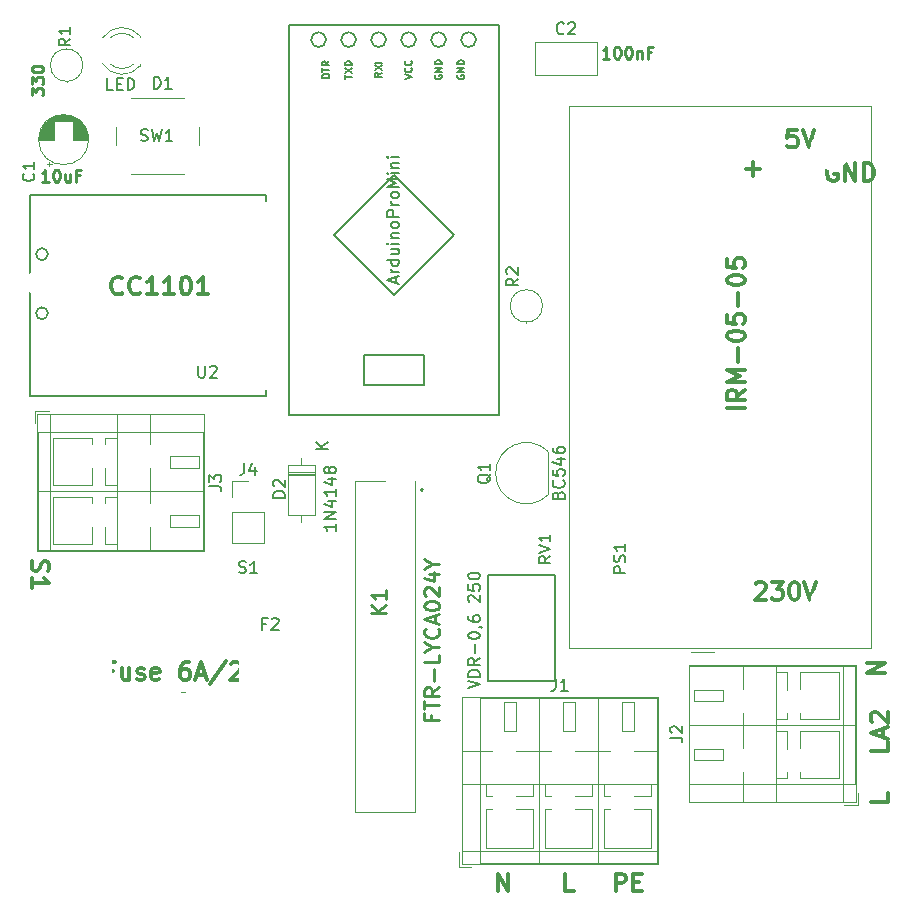
<source format=gbr>
G04 #@! TF.GenerationSoftware,KiCad,Pcbnew,(5.0.2)-1*
G04 #@! TF.CreationDate,2019-10-27T17:27:48+01:00*
G04 #@! TF.ProjectId,HM-LC-Sw1-FM,484d2d4c-432d-4537-9731-2d464d2e6b69,rev?*
G04 #@! TF.SameCoordinates,Original*
G04 #@! TF.FileFunction,Legend,Top*
G04 #@! TF.FilePolarity,Positive*
%FSLAX46Y46*%
G04 Gerber Fmt 4.6, Leading zero omitted, Abs format (unit mm)*
G04 Created by KiCad (PCBNEW (5.0.2)-1) date 27.10.2019 17:27:48*
%MOMM*%
%LPD*%
G01*
G04 APERTURE LIST*
%ADD10C,0.250000*%
%ADD11C,0.300000*%
%ADD12C,0.120000*%
%ADD13C,0.150000*%
%ADD14C,0.200000*%
%ADD15C,0.100000*%
%ADD16C,0.254000*%
%ADD17C,4.800000*%
%ADD18C,1.100000*%
%ADD19C,2.600000*%
%ADD20R,1.900000X3.400000*%
%ADD21O,1.900000X3.400000*%
%ADD22C,2.000000*%
%ADD23O,2.000000X2.000000*%
%ADD24C,2.400000*%
%ADD25R,2.200000X2.200000*%
%ADD26C,2.200000*%
%ADD27R,1.600000X1.600000*%
%ADD28C,1.600000*%
%ADD29C,1.750000*%
%ADD30R,2.200000X1.750000*%
%ADD31C,3.400000*%
%ADD32R,3.400000X3.400000*%
%ADD33R,3.400000X1.900000*%
%ADD34O,3.400000X1.900000*%
%ADD35C,6.400000*%
%ADD36R,2.000000X2.000000*%
%ADD37C,2.350000*%
%ADD38C,1.900000*%
%ADD39O,1.900000X1.450000*%
%ADD40R,1.900000X1.450000*%
%ADD41R,2.100000X2.100000*%
%ADD42O,2.100000X2.100000*%
G04 APERTURE END LIST*
D10*
X151614380Y-81605380D02*
X151042952Y-81605380D01*
X151328666Y-81605380D02*
X151328666Y-80605380D01*
X151233428Y-80748238D01*
X151138190Y-80843476D01*
X151042952Y-80891095D01*
X152233428Y-80605380D02*
X152328666Y-80605380D01*
X152423904Y-80653000D01*
X152471523Y-80700619D01*
X152519142Y-80795857D01*
X152566761Y-80986333D01*
X152566761Y-81224428D01*
X152519142Y-81414904D01*
X152471523Y-81510142D01*
X152423904Y-81557761D01*
X152328666Y-81605380D01*
X152233428Y-81605380D01*
X152138190Y-81557761D01*
X152090571Y-81510142D01*
X152042952Y-81414904D01*
X151995333Y-81224428D01*
X151995333Y-80986333D01*
X152042952Y-80795857D01*
X152090571Y-80700619D01*
X152138190Y-80653000D01*
X152233428Y-80605380D01*
X153185809Y-80605380D02*
X153281047Y-80605380D01*
X153376285Y-80653000D01*
X153423904Y-80700619D01*
X153471523Y-80795857D01*
X153519142Y-80986333D01*
X153519142Y-81224428D01*
X153471523Y-81414904D01*
X153423904Y-81510142D01*
X153376285Y-81557761D01*
X153281047Y-81605380D01*
X153185809Y-81605380D01*
X153090571Y-81557761D01*
X153042952Y-81510142D01*
X152995333Y-81414904D01*
X152947714Y-81224428D01*
X152947714Y-80986333D01*
X152995333Y-80795857D01*
X153042952Y-80700619D01*
X153090571Y-80653000D01*
X153185809Y-80605380D01*
X153947714Y-80938714D02*
X153947714Y-81605380D01*
X153947714Y-81033952D02*
X153995333Y-80986333D01*
X154090571Y-80938714D01*
X154233428Y-80938714D01*
X154328666Y-80986333D01*
X154376285Y-81081571D01*
X154376285Y-81605380D01*
X155185809Y-81081571D02*
X154852476Y-81081571D01*
X154852476Y-81605380D02*
X154852476Y-80605380D01*
X155328666Y-80605380D01*
D11*
X102770857Y-124142642D02*
X102699428Y-124356928D01*
X102699428Y-124714071D01*
X102770857Y-124856928D01*
X102842285Y-124928357D01*
X102985142Y-124999785D01*
X103128000Y-124999785D01*
X103270857Y-124928357D01*
X103342285Y-124856928D01*
X103413714Y-124714071D01*
X103485142Y-124428357D01*
X103556571Y-124285500D01*
X103628000Y-124214071D01*
X103770857Y-124142642D01*
X103913714Y-124142642D01*
X104056571Y-124214071D01*
X104128000Y-124285500D01*
X104199428Y-124428357D01*
X104199428Y-124785500D01*
X104128000Y-124999785D01*
X102699428Y-126428357D02*
X102699428Y-125571214D01*
X102699428Y-125999785D02*
X104199428Y-125999785D01*
X103985142Y-125856928D01*
X103842285Y-125714071D01*
X103770857Y-125571214D01*
X174922571Y-133651571D02*
X173422571Y-133651571D01*
X174922571Y-132794428D01*
X173422571Y-132794428D01*
X175240071Y-143807714D02*
X175240071Y-144522000D01*
X173740071Y-144522000D01*
X175240071Y-139513357D02*
X175240071Y-140227642D01*
X173740071Y-140227642D01*
X174811500Y-139084785D02*
X174811500Y-138370500D01*
X175240071Y-139227642D02*
X173740071Y-138727642D01*
X175240071Y-138227642D01*
X173882928Y-137799071D02*
X173811500Y-137727642D01*
X173740071Y-137584785D01*
X173740071Y-137227642D01*
X173811500Y-137084785D01*
X173882928Y-137013357D01*
X174025785Y-136941928D01*
X174168642Y-136941928D01*
X174382928Y-137013357D01*
X175240071Y-137870500D01*
X175240071Y-136941928D01*
X109562214Y-133433357D02*
X109062214Y-133433357D01*
X109062214Y-134219071D02*
X109062214Y-132719071D01*
X109776500Y-132719071D01*
X110990785Y-133219071D02*
X110990785Y-134219071D01*
X110347928Y-133219071D02*
X110347928Y-134004785D01*
X110419357Y-134147642D01*
X110562214Y-134219071D01*
X110776500Y-134219071D01*
X110919357Y-134147642D01*
X110990785Y-134076214D01*
X111633642Y-134147642D02*
X111776500Y-134219071D01*
X112062214Y-134219071D01*
X112205071Y-134147642D01*
X112276500Y-134004785D01*
X112276500Y-133933357D01*
X112205071Y-133790500D01*
X112062214Y-133719071D01*
X111847928Y-133719071D01*
X111705071Y-133647642D01*
X111633642Y-133504785D01*
X111633642Y-133433357D01*
X111705071Y-133290500D01*
X111847928Y-133219071D01*
X112062214Y-133219071D01*
X112205071Y-133290500D01*
X113490785Y-134147642D02*
X113347928Y-134219071D01*
X113062214Y-134219071D01*
X112919357Y-134147642D01*
X112847928Y-134004785D01*
X112847928Y-133433357D01*
X112919357Y-133290500D01*
X113062214Y-133219071D01*
X113347928Y-133219071D01*
X113490785Y-133290500D01*
X113562214Y-133433357D01*
X113562214Y-133576214D01*
X112847928Y-133719071D01*
X115990785Y-132719071D02*
X115705071Y-132719071D01*
X115562214Y-132790500D01*
X115490785Y-132861928D01*
X115347928Y-133076214D01*
X115276500Y-133361928D01*
X115276500Y-133933357D01*
X115347928Y-134076214D01*
X115419357Y-134147642D01*
X115562214Y-134219071D01*
X115847928Y-134219071D01*
X115990785Y-134147642D01*
X116062214Y-134076214D01*
X116133642Y-133933357D01*
X116133642Y-133576214D01*
X116062214Y-133433357D01*
X115990785Y-133361928D01*
X115847928Y-133290500D01*
X115562214Y-133290500D01*
X115419357Y-133361928D01*
X115347928Y-133433357D01*
X115276500Y-133576214D01*
X116705071Y-133790500D02*
X117419357Y-133790500D01*
X116562214Y-134219071D02*
X117062214Y-132719071D01*
X117562214Y-134219071D01*
X119133642Y-132647642D02*
X117847928Y-134576214D01*
X119562214Y-132861928D02*
X119633642Y-132790500D01*
X119776500Y-132719071D01*
X120133642Y-132719071D01*
X120276500Y-132790500D01*
X120347928Y-132861928D01*
X120419357Y-133004785D01*
X120419357Y-133147642D01*
X120347928Y-133361928D01*
X119490785Y-134219071D01*
X120419357Y-134219071D01*
X121776500Y-132719071D02*
X121062214Y-132719071D01*
X120990785Y-133433357D01*
X121062214Y-133361928D01*
X121205071Y-133290500D01*
X121562214Y-133290500D01*
X121705071Y-133361928D01*
X121776500Y-133433357D01*
X121847928Y-133576214D01*
X121847928Y-133933357D01*
X121776500Y-134076214D01*
X121705071Y-134147642D01*
X121562214Y-134219071D01*
X121205071Y-134219071D01*
X121062214Y-134147642D01*
X120990785Y-134076214D01*
X122776500Y-132719071D02*
X122919357Y-132719071D01*
X123062214Y-132790500D01*
X123133642Y-132861928D01*
X123205071Y-133004785D01*
X123276500Y-133290500D01*
X123276500Y-133647642D01*
X123205071Y-133933357D01*
X123133642Y-134076214D01*
X123062214Y-134147642D01*
X122919357Y-134219071D01*
X122776500Y-134219071D01*
X122633642Y-134147642D01*
X122562214Y-134076214D01*
X122490785Y-133933357D01*
X122419357Y-133647642D01*
X122419357Y-133290500D01*
X122490785Y-133004785D01*
X122562214Y-132861928D01*
X122633642Y-132790500D01*
X122776500Y-132719071D01*
X123705071Y-132719071D02*
X124205071Y-134219071D01*
X124705071Y-132719071D01*
D10*
X102703380Y-84724714D02*
X102703380Y-84105666D01*
X103084333Y-84439000D01*
X103084333Y-84296142D01*
X103131952Y-84200904D01*
X103179571Y-84153285D01*
X103274809Y-84105666D01*
X103512904Y-84105666D01*
X103608142Y-84153285D01*
X103655761Y-84200904D01*
X103703380Y-84296142D01*
X103703380Y-84581857D01*
X103655761Y-84677095D01*
X103608142Y-84724714D01*
X102703380Y-83772333D02*
X102703380Y-83153285D01*
X103084333Y-83486619D01*
X103084333Y-83343761D01*
X103131952Y-83248523D01*
X103179571Y-83200904D01*
X103274809Y-83153285D01*
X103512904Y-83153285D01*
X103608142Y-83200904D01*
X103655761Y-83248523D01*
X103703380Y-83343761D01*
X103703380Y-83629476D01*
X103655761Y-83724714D01*
X103608142Y-83772333D01*
X102703380Y-82534238D02*
X102703380Y-82439000D01*
X102751000Y-82343761D01*
X102798619Y-82296142D01*
X102893857Y-82248523D01*
X103084333Y-82200904D01*
X103322428Y-82200904D01*
X103512904Y-82248523D01*
X103608142Y-82296142D01*
X103655761Y-82343761D01*
X103703380Y-82439000D01*
X103703380Y-82534238D01*
X103655761Y-82629476D01*
X103608142Y-82677095D01*
X103512904Y-82724714D01*
X103322428Y-82772333D01*
X103084333Y-82772333D01*
X102893857Y-82724714D01*
X102798619Y-82677095D01*
X102751000Y-82629476D01*
X102703380Y-82534238D01*
X104148071Y-92019380D02*
X103576642Y-92019380D01*
X103862357Y-92019380D02*
X103862357Y-91019380D01*
X103767119Y-91162238D01*
X103671880Y-91257476D01*
X103576642Y-91305095D01*
X104767119Y-91019380D02*
X104862357Y-91019380D01*
X104957595Y-91067000D01*
X105005214Y-91114619D01*
X105052833Y-91209857D01*
X105100452Y-91400333D01*
X105100452Y-91638428D01*
X105052833Y-91828904D01*
X105005214Y-91924142D01*
X104957595Y-91971761D01*
X104862357Y-92019380D01*
X104767119Y-92019380D01*
X104671880Y-91971761D01*
X104624261Y-91924142D01*
X104576642Y-91828904D01*
X104529023Y-91638428D01*
X104529023Y-91400333D01*
X104576642Y-91209857D01*
X104624261Y-91114619D01*
X104671880Y-91067000D01*
X104767119Y-91019380D01*
X105957595Y-91352714D02*
X105957595Y-92019380D01*
X105529023Y-91352714D02*
X105529023Y-91876523D01*
X105576642Y-91971761D01*
X105671880Y-92019380D01*
X105814738Y-92019380D01*
X105909976Y-91971761D01*
X105957595Y-91924142D01*
X106767119Y-91495571D02*
X106433785Y-91495571D01*
X106433785Y-92019380D02*
X106433785Y-91019380D01*
X106909976Y-91019380D01*
D11*
X152154071Y-152126071D02*
X152154071Y-150626071D01*
X152725500Y-150626071D01*
X152868357Y-150697500D01*
X152939785Y-150768928D01*
X153011214Y-150911785D01*
X153011214Y-151126071D01*
X152939785Y-151268928D01*
X152868357Y-151340357D01*
X152725500Y-151411785D01*
X152154071Y-151411785D01*
X153654071Y-151340357D02*
X154154071Y-151340357D01*
X154368357Y-152126071D02*
X153654071Y-152126071D01*
X153654071Y-150626071D01*
X154368357Y-150626071D01*
X148609785Y-152126071D02*
X147895500Y-152126071D01*
X147895500Y-150626071D01*
X142192428Y-152126071D02*
X142192428Y-150626071D01*
X143049571Y-152126071D01*
X143049571Y-150626071D01*
X170878642Y-90563000D02*
X170735785Y-90491571D01*
X170521500Y-90491571D01*
X170307214Y-90563000D01*
X170164357Y-90705857D01*
X170092928Y-90848714D01*
X170021500Y-91134428D01*
X170021500Y-91348714D01*
X170092928Y-91634428D01*
X170164357Y-91777285D01*
X170307214Y-91920142D01*
X170521500Y-91991571D01*
X170664357Y-91991571D01*
X170878642Y-91920142D01*
X170950071Y-91848714D01*
X170950071Y-91348714D01*
X170664357Y-91348714D01*
X171592928Y-91991571D02*
X171592928Y-90491571D01*
X172450071Y-91991571D01*
X172450071Y-90491571D01*
X173164357Y-91991571D02*
X173164357Y-90491571D01*
X173521500Y-90491571D01*
X173735785Y-90563000D01*
X173878642Y-90705857D01*
X173950071Y-90848714D01*
X174021500Y-91134428D01*
X174021500Y-91348714D01*
X173950071Y-91634428D01*
X173878642Y-91777285D01*
X173735785Y-91920142D01*
X173521500Y-91991571D01*
X173164357Y-91991571D01*
X163195071Y-90975642D02*
X164337928Y-90975642D01*
X163766500Y-91547071D02*
X163766500Y-90404214D01*
X163997000Y-126067428D02*
X164068428Y-125996000D01*
X164211285Y-125924571D01*
X164568428Y-125924571D01*
X164711285Y-125996000D01*
X164782714Y-126067428D01*
X164854142Y-126210285D01*
X164854142Y-126353142D01*
X164782714Y-126567428D01*
X163925571Y-127424571D01*
X164854142Y-127424571D01*
X165354142Y-125924571D02*
X166282714Y-125924571D01*
X165782714Y-126496000D01*
X165997000Y-126496000D01*
X166139857Y-126567428D01*
X166211285Y-126638857D01*
X166282714Y-126781714D01*
X166282714Y-127138857D01*
X166211285Y-127281714D01*
X166139857Y-127353142D01*
X165997000Y-127424571D01*
X165568428Y-127424571D01*
X165425571Y-127353142D01*
X165354142Y-127281714D01*
X167211285Y-125924571D02*
X167354142Y-125924571D01*
X167497000Y-125996000D01*
X167568428Y-126067428D01*
X167639857Y-126210285D01*
X167711285Y-126496000D01*
X167711285Y-126853142D01*
X167639857Y-127138857D01*
X167568428Y-127281714D01*
X167497000Y-127353142D01*
X167354142Y-127424571D01*
X167211285Y-127424571D01*
X167068428Y-127353142D01*
X166997000Y-127281714D01*
X166925571Y-127138857D01*
X166854142Y-126853142D01*
X166854142Y-126496000D01*
X166925571Y-126210285D01*
X166997000Y-126067428D01*
X167068428Y-125996000D01*
X167211285Y-125924571D01*
X168139857Y-125924571D02*
X168639857Y-127424571D01*
X169139857Y-125924571D01*
X167481285Y-87634071D02*
X166767000Y-87634071D01*
X166695571Y-88348357D01*
X166767000Y-88276928D01*
X166909857Y-88205500D01*
X167267000Y-88205500D01*
X167409857Y-88276928D01*
X167481285Y-88348357D01*
X167552714Y-88491214D01*
X167552714Y-88848357D01*
X167481285Y-88991214D01*
X167409857Y-89062642D01*
X167267000Y-89134071D01*
X166909857Y-89134071D01*
X166767000Y-89062642D01*
X166695571Y-88991214D01*
X167981285Y-87634071D02*
X168481285Y-89134071D01*
X168981285Y-87634071D01*
X163111571Y-111223428D02*
X161611571Y-111223428D01*
X163111571Y-109652000D02*
X162397285Y-110152000D01*
X163111571Y-110509142D02*
X161611571Y-110509142D01*
X161611571Y-109937714D01*
X161683000Y-109794857D01*
X161754428Y-109723428D01*
X161897285Y-109652000D01*
X162111571Y-109652000D01*
X162254428Y-109723428D01*
X162325857Y-109794857D01*
X162397285Y-109937714D01*
X162397285Y-110509142D01*
X163111571Y-109009142D02*
X161611571Y-109009142D01*
X162683000Y-108509142D01*
X161611571Y-108009142D01*
X163111571Y-108009142D01*
X162540142Y-107294857D02*
X162540142Y-106152000D01*
X161611571Y-105152000D02*
X161611571Y-105009142D01*
X161683000Y-104866285D01*
X161754428Y-104794857D01*
X161897285Y-104723428D01*
X162183000Y-104652000D01*
X162540142Y-104652000D01*
X162825857Y-104723428D01*
X162968714Y-104794857D01*
X163040142Y-104866285D01*
X163111571Y-105009142D01*
X163111571Y-105152000D01*
X163040142Y-105294857D01*
X162968714Y-105366285D01*
X162825857Y-105437714D01*
X162540142Y-105509142D01*
X162183000Y-105509142D01*
X161897285Y-105437714D01*
X161754428Y-105366285D01*
X161683000Y-105294857D01*
X161611571Y-105152000D01*
X161611571Y-103294857D02*
X161611571Y-104009142D01*
X162325857Y-104080571D01*
X162254428Y-104009142D01*
X162183000Y-103866285D01*
X162183000Y-103509142D01*
X162254428Y-103366285D01*
X162325857Y-103294857D01*
X162468714Y-103223428D01*
X162825857Y-103223428D01*
X162968714Y-103294857D01*
X163040142Y-103366285D01*
X163111571Y-103509142D01*
X163111571Y-103866285D01*
X163040142Y-104009142D01*
X162968714Y-104080571D01*
X162540142Y-102580571D02*
X162540142Y-101437714D01*
X161611571Y-100437714D02*
X161611571Y-100294857D01*
X161683000Y-100152000D01*
X161754428Y-100080571D01*
X161897285Y-100009142D01*
X162183000Y-99937714D01*
X162540142Y-99937714D01*
X162825857Y-100009142D01*
X162968714Y-100080571D01*
X163040142Y-100152000D01*
X163111571Y-100294857D01*
X163111571Y-100437714D01*
X163040142Y-100580571D01*
X162968714Y-100652000D01*
X162825857Y-100723428D01*
X162540142Y-100794857D01*
X162183000Y-100794857D01*
X161897285Y-100723428D01*
X161754428Y-100652000D01*
X161683000Y-100580571D01*
X161611571Y-100437714D01*
X161611571Y-98580571D02*
X161611571Y-99294857D01*
X162325857Y-99366285D01*
X162254428Y-99294857D01*
X162183000Y-99152000D01*
X162183000Y-98794857D01*
X162254428Y-98652000D01*
X162325857Y-98580571D01*
X162468714Y-98509142D01*
X162825857Y-98509142D01*
X162968714Y-98580571D01*
X163040142Y-98652000D01*
X163111571Y-98794857D01*
X163111571Y-99152000D01*
X163040142Y-99294857D01*
X162968714Y-99366285D01*
X110395142Y-101437214D02*
X110323714Y-101508642D01*
X110109428Y-101580071D01*
X109966571Y-101580071D01*
X109752285Y-101508642D01*
X109609428Y-101365785D01*
X109538000Y-101222928D01*
X109466571Y-100937214D01*
X109466571Y-100722928D01*
X109538000Y-100437214D01*
X109609428Y-100294357D01*
X109752285Y-100151500D01*
X109966571Y-100080071D01*
X110109428Y-100080071D01*
X110323714Y-100151500D01*
X110395142Y-100222928D01*
X111895142Y-101437214D02*
X111823714Y-101508642D01*
X111609428Y-101580071D01*
X111466571Y-101580071D01*
X111252285Y-101508642D01*
X111109428Y-101365785D01*
X111038000Y-101222928D01*
X110966571Y-100937214D01*
X110966571Y-100722928D01*
X111038000Y-100437214D01*
X111109428Y-100294357D01*
X111252285Y-100151500D01*
X111466571Y-100080071D01*
X111609428Y-100080071D01*
X111823714Y-100151500D01*
X111895142Y-100222928D01*
X113323714Y-101580071D02*
X112466571Y-101580071D01*
X112895142Y-101580071D02*
X112895142Y-100080071D01*
X112752285Y-100294357D01*
X112609428Y-100437214D01*
X112466571Y-100508642D01*
X114752285Y-101580071D02*
X113895142Y-101580071D01*
X114323714Y-101580071D02*
X114323714Y-100080071D01*
X114180857Y-100294357D01*
X114038000Y-100437214D01*
X113895142Y-100508642D01*
X115680857Y-100080071D02*
X115823714Y-100080071D01*
X115966571Y-100151500D01*
X116038000Y-100222928D01*
X116109428Y-100365785D01*
X116180857Y-100651500D01*
X116180857Y-101008642D01*
X116109428Y-101294357D01*
X116038000Y-101437214D01*
X115966571Y-101508642D01*
X115823714Y-101580071D01*
X115680857Y-101580071D01*
X115538000Y-101508642D01*
X115466571Y-101437214D01*
X115395142Y-101294357D01*
X115323714Y-101008642D01*
X115323714Y-100651500D01*
X115395142Y-100365785D01*
X115466571Y-100222928D01*
X115538000Y-100151500D01*
X115680857Y-100080071D01*
X117609428Y-101580071D02*
X116752285Y-101580071D01*
X117180857Y-101580071D02*
X117180857Y-100080071D01*
X117038000Y-100294357D01*
X116895142Y-100437214D01*
X116752285Y-100508642D01*
D12*
G04 #@! TO.C,J1*
X139124000Y-148732000D02*
X155744000Y-148732000D01*
X139124000Y-143032000D02*
X155744000Y-143032000D01*
X139124000Y-140232000D02*
X141694000Y-140232000D01*
X143674000Y-140232000D02*
X146694000Y-140232000D01*
X148674000Y-140232000D02*
X151694000Y-140232000D01*
X153674000Y-140232000D02*
X155744000Y-140232000D01*
X139124000Y-135672000D02*
X155744000Y-135672000D01*
X139124000Y-149792000D02*
X155744000Y-149792000D01*
X139124000Y-135672000D02*
X139124000Y-149792000D01*
X155744000Y-135672000D02*
X155744000Y-149792000D01*
X141184000Y-145132000D02*
X141694000Y-145132000D01*
X143674000Y-145132000D02*
X145184000Y-145132000D01*
X141184000Y-148432000D02*
X145184000Y-148432000D01*
X141184000Y-145132000D02*
X141184000Y-148432000D01*
X145184000Y-145132000D02*
X145184000Y-148432000D01*
X140684000Y-135732000D02*
X145684000Y-135732000D01*
X140684000Y-149732000D02*
X145684000Y-149732000D01*
X140684000Y-135732000D02*
X140684000Y-149732000D01*
X145684000Y-135732000D02*
X145684000Y-149732000D01*
X141184000Y-143032000D02*
X145184000Y-143032000D01*
X141184000Y-144031000D02*
X141694000Y-144031000D01*
X143674000Y-144031000D02*
X145184000Y-144031000D01*
X141184000Y-143032000D02*
X141184000Y-144031000D01*
X145184000Y-143032000D02*
X145184000Y-144031000D01*
X142684000Y-136082000D02*
X143684000Y-136082000D01*
X142684000Y-138582000D02*
X143684000Y-138582000D01*
X142684000Y-136082000D02*
X142684000Y-138582000D01*
X143684000Y-136082000D02*
X143684000Y-138582000D01*
X146184000Y-145132000D02*
X146694000Y-145132000D01*
X148674000Y-145132000D02*
X150184000Y-145132000D01*
X146184000Y-148432000D02*
X150184000Y-148432000D01*
X146184000Y-145132000D02*
X146184000Y-148432000D01*
X150184000Y-145132000D02*
X150184000Y-148432000D01*
X145684000Y-135732000D02*
X150684000Y-135732000D01*
X145684000Y-149732000D02*
X150684000Y-149732000D01*
X145684000Y-135732000D02*
X145684000Y-149732000D01*
X150684000Y-135732000D02*
X150684000Y-149732000D01*
X146184000Y-143032000D02*
X150184000Y-143032000D01*
X146184000Y-144031000D02*
X146694000Y-144031000D01*
X148674000Y-144031000D02*
X150184000Y-144031000D01*
X146184000Y-143032000D02*
X146184000Y-144031000D01*
X150184000Y-143032000D02*
X150184000Y-144031000D01*
X147684000Y-136082000D02*
X148684000Y-136082000D01*
X147684000Y-138582000D02*
X148684000Y-138582000D01*
X147684000Y-136082000D02*
X147684000Y-138582000D01*
X148684000Y-136082000D02*
X148684000Y-138582000D01*
X151184000Y-145132000D02*
X151694000Y-145132000D01*
X153674000Y-145132000D02*
X155184000Y-145132000D01*
X151184000Y-148432000D02*
X155184000Y-148432000D01*
X151184000Y-145132000D02*
X151184000Y-148432000D01*
X155184000Y-145132000D02*
X155184000Y-148432000D01*
X150684000Y-135732000D02*
X155684000Y-135732000D01*
X150684000Y-149732000D02*
X155684000Y-149732000D01*
X150684000Y-135732000D02*
X150684000Y-149732000D01*
X155684000Y-135732000D02*
X155684000Y-149732000D01*
X151184000Y-143032000D02*
X155184000Y-143032000D01*
X151184000Y-144031000D02*
X151694000Y-144031000D01*
X153674000Y-144031000D02*
X155184000Y-144031000D01*
X151184000Y-143032000D02*
X151184000Y-144031000D01*
X155184000Y-143032000D02*
X155184000Y-144031000D01*
X152684000Y-136082000D02*
X153684000Y-136082000D01*
X152684000Y-138582000D02*
X153684000Y-138582000D01*
X152684000Y-136082000D02*
X152684000Y-138582000D01*
X153684000Y-136082000D02*
X153684000Y-138582000D01*
X138884000Y-148792000D02*
X138884000Y-150032000D01*
X138884000Y-150032000D02*
X139884000Y-150032000D01*
G04 #@! TO.C,R1*
X107034000Y-82169000D02*
G75*
G03X107034000Y-82169000I-1370000J0D01*
G01*
X105664000Y-83539000D02*
X105664000Y-83609000D01*
G04 #@! TO.C,SW1*
X115586000Y-84924000D02*
X111086000Y-84924000D01*
X116836000Y-88924000D02*
X116836000Y-87424000D01*
X111086000Y-91424000D02*
X115586000Y-91424000D01*
X109836000Y-87424000D02*
X109836000Y-88924000D01*
G04 #@! TO.C,D1*
X108690665Y-82041108D02*
G75*
G03X111923000Y-82198016I1672335J1078608D01*
G01*
X108690665Y-79883892D02*
G75*
G02X111923000Y-79726984I1672335J-1078608D01*
G01*
X109321870Y-82042337D02*
G75*
G03X111403961Y-82042500I1041130J1079837D01*
G01*
X109321870Y-79882663D02*
G75*
G02X111403961Y-79882500I1041130J-1079837D01*
G01*
X111923000Y-82198500D02*
X111923000Y-82042500D01*
X111923000Y-79882500D02*
X111923000Y-79726500D01*
D13*
G04 #@! TO.C,U1*
X140335000Y-80010000D02*
G75*
G03X140335000Y-80010000I-635000J0D01*
G01*
X137795000Y-80010000D02*
G75*
G03X137795000Y-80010000I-635000J0D01*
G01*
X135255000Y-80010000D02*
G75*
G03X135255000Y-80010000I-635000J0D01*
G01*
X132715000Y-80010000D02*
G75*
G03X132715000Y-80010000I-635000J0D01*
G01*
X130175000Y-80010000D02*
G75*
G03X130175000Y-80010000I-635000J0D01*
G01*
X127635000Y-80010000D02*
G75*
G03X127635000Y-80010000I-635000J0D01*
G01*
X130810000Y-109220000D02*
X135890000Y-109220000D01*
X135890000Y-109220000D02*
X135890000Y-106680000D01*
X135890000Y-106680000D02*
X130810000Y-106680000D01*
X130810000Y-106680000D02*
X130810000Y-109220000D01*
X138430000Y-96520000D02*
X133350000Y-91440000D01*
X133350000Y-91440000D02*
X128270000Y-96520000D01*
X128270000Y-96520000D02*
X133350000Y-101600000D01*
X133350000Y-101600000D02*
X138430000Y-96520000D01*
X142240000Y-111760000D02*
X142240000Y-78740000D01*
X142240000Y-78740000D02*
X124460000Y-78740000D01*
X124460000Y-78740000D02*
X124460000Y-111760000D01*
X124460000Y-111760000D02*
X142240000Y-111760000D01*
D12*
G04 #@! TO.C,C1*
X107530000Y-88467500D02*
G75*
G03X107530000Y-88467500I-2120000J0D01*
G01*
X106250000Y-88467500D02*
X107490000Y-88467500D01*
X103330000Y-88467500D02*
X104570000Y-88467500D01*
X106250000Y-88427500D02*
X107490000Y-88427500D01*
X103330000Y-88427500D02*
X104570000Y-88427500D01*
X106250000Y-88387500D02*
X107489000Y-88387500D01*
X103331000Y-88387500D02*
X104570000Y-88387500D01*
X103333000Y-88347500D02*
X104570000Y-88347500D01*
X106250000Y-88347500D02*
X107487000Y-88347500D01*
X103336000Y-88307500D02*
X104570000Y-88307500D01*
X106250000Y-88307500D02*
X107484000Y-88307500D01*
X103339000Y-88267500D02*
X104570000Y-88267500D01*
X106250000Y-88267500D02*
X107481000Y-88267500D01*
X103343000Y-88227500D02*
X104570000Y-88227500D01*
X106250000Y-88227500D02*
X107477000Y-88227500D01*
X103348000Y-88187500D02*
X104570000Y-88187500D01*
X106250000Y-88187500D02*
X107472000Y-88187500D01*
X103354000Y-88147500D02*
X104570000Y-88147500D01*
X106250000Y-88147500D02*
X107466000Y-88147500D01*
X103360000Y-88107500D02*
X104570000Y-88107500D01*
X106250000Y-88107500D02*
X107460000Y-88107500D01*
X103368000Y-88067500D02*
X104570000Y-88067500D01*
X106250000Y-88067500D02*
X107452000Y-88067500D01*
X103376000Y-88027500D02*
X104570000Y-88027500D01*
X106250000Y-88027500D02*
X107444000Y-88027500D01*
X103385000Y-87987500D02*
X104570000Y-87987500D01*
X106250000Y-87987500D02*
X107435000Y-87987500D01*
X103394000Y-87947500D02*
X104570000Y-87947500D01*
X106250000Y-87947500D02*
X107426000Y-87947500D01*
X103405000Y-87907500D02*
X104570000Y-87907500D01*
X106250000Y-87907500D02*
X107415000Y-87907500D01*
X103416000Y-87867500D02*
X104570000Y-87867500D01*
X106250000Y-87867500D02*
X107404000Y-87867500D01*
X103428000Y-87827500D02*
X104570000Y-87827500D01*
X106250000Y-87827500D02*
X107392000Y-87827500D01*
X103442000Y-87787500D02*
X104570000Y-87787500D01*
X106250000Y-87787500D02*
X107378000Y-87787500D01*
X103456000Y-87746500D02*
X104570000Y-87746500D01*
X106250000Y-87746500D02*
X107364000Y-87746500D01*
X103470000Y-87706500D02*
X104570000Y-87706500D01*
X106250000Y-87706500D02*
X107350000Y-87706500D01*
X103486000Y-87666500D02*
X104570000Y-87666500D01*
X106250000Y-87666500D02*
X107334000Y-87666500D01*
X103503000Y-87626500D02*
X104570000Y-87626500D01*
X106250000Y-87626500D02*
X107317000Y-87626500D01*
X103521000Y-87586500D02*
X104570000Y-87586500D01*
X106250000Y-87586500D02*
X107299000Y-87586500D01*
X103540000Y-87546500D02*
X104570000Y-87546500D01*
X106250000Y-87546500D02*
X107280000Y-87546500D01*
X103559000Y-87506500D02*
X104570000Y-87506500D01*
X106250000Y-87506500D02*
X107261000Y-87506500D01*
X103580000Y-87466500D02*
X104570000Y-87466500D01*
X106250000Y-87466500D02*
X107240000Y-87466500D01*
X103602000Y-87426500D02*
X104570000Y-87426500D01*
X106250000Y-87426500D02*
X107218000Y-87426500D01*
X103625000Y-87386500D02*
X104570000Y-87386500D01*
X106250000Y-87386500D02*
X107195000Y-87386500D01*
X103650000Y-87346500D02*
X104570000Y-87346500D01*
X106250000Y-87346500D02*
X107170000Y-87346500D01*
X103675000Y-87306500D02*
X104570000Y-87306500D01*
X106250000Y-87306500D02*
X107145000Y-87306500D01*
X103702000Y-87266500D02*
X104570000Y-87266500D01*
X106250000Y-87266500D02*
X107118000Y-87266500D01*
X103730000Y-87226500D02*
X104570000Y-87226500D01*
X106250000Y-87226500D02*
X107090000Y-87226500D01*
X103760000Y-87186500D02*
X104570000Y-87186500D01*
X106250000Y-87186500D02*
X107060000Y-87186500D01*
X103791000Y-87146500D02*
X104570000Y-87146500D01*
X106250000Y-87146500D02*
X107029000Y-87146500D01*
X103823000Y-87106500D02*
X104570000Y-87106500D01*
X106250000Y-87106500D02*
X106997000Y-87106500D01*
X103858000Y-87066500D02*
X104570000Y-87066500D01*
X106250000Y-87066500D02*
X106962000Y-87066500D01*
X103894000Y-87026500D02*
X104570000Y-87026500D01*
X106250000Y-87026500D02*
X106926000Y-87026500D01*
X103932000Y-86986500D02*
X104570000Y-86986500D01*
X106250000Y-86986500D02*
X106888000Y-86986500D01*
X103972000Y-86946500D02*
X104570000Y-86946500D01*
X106250000Y-86946500D02*
X106848000Y-86946500D01*
X104014000Y-86906500D02*
X104570000Y-86906500D01*
X106250000Y-86906500D02*
X106806000Y-86906500D01*
X104059000Y-86866500D02*
X106761000Y-86866500D01*
X104106000Y-86826500D02*
X106714000Y-86826500D01*
X104156000Y-86786500D02*
X106664000Y-86786500D01*
X104210000Y-86746500D02*
X106610000Y-86746500D01*
X104268000Y-86706500D02*
X106552000Y-86706500D01*
X104330000Y-86666500D02*
X106490000Y-86666500D01*
X104397000Y-86626500D02*
X106423000Y-86626500D01*
X104470000Y-86586500D02*
X106350000Y-86586500D01*
X104551000Y-86546500D02*
X106269000Y-86546500D01*
X104642000Y-86506500D02*
X106178000Y-86506500D01*
X104746000Y-86466500D02*
X106074000Y-86466500D01*
X104873000Y-86426500D02*
X105947000Y-86426500D01*
X105040000Y-86386500D02*
X105780000Y-86386500D01*
X104215000Y-90737301D02*
X104215000Y-90337301D01*
X104015000Y-90537301D02*
X104415000Y-90537301D01*
D13*
G04 #@! TO.C,U2*
X122579000Y-93172000D02*
X122579000Y-93672000D01*
X122579000Y-110172000D02*
X122579000Y-109672000D01*
X104079000Y-98172000D02*
G75*
G03X104079000Y-98172000I-500000J0D01*
G01*
X104079000Y-103172000D02*
G75*
G03X104079000Y-103172000I-500000J0D01*
G01*
X104079000Y-100672000D02*
G75*
G03X104079000Y-100672000I-500000J0D01*
G01*
X122579000Y-110172000D02*
X102579000Y-110172000D01*
X102579000Y-110172000D02*
X102579000Y-93172000D01*
X102579000Y-93172000D02*
X122579000Y-93172000D01*
D12*
G04 #@! TO.C,PS1*
X158512000Y-131826000D02*
X160512000Y-131826000D01*
X148212000Y-85626000D02*
X173812000Y-85626000D01*
X148212000Y-131526000D02*
X148212000Y-85626000D01*
X173812000Y-131526000D02*
X173812000Y-85626000D01*
X148212000Y-131526000D02*
X173812000Y-131526000D01*
G04 #@! TO.C,J2*
X171402000Y-144594000D02*
X171402000Y-132974000D01*
X165702000Y-144594000D02*
X165702000Y-132974000D01*
X162902000Y-144594000D02*
X162902000Y-142024000D01*
X162902000Y-140044000D02*
X162902000Y-137024000D01*
X162902000Y-135044000D02*
X162902000Y-132974000D01*
X158342000Y-144594000D02*
X158342000Y-132974000D01*
X172462000Y-144594000D02*
X172462000Y-132974000D01*
X158342000Y-144594000D02*
X172462000Y-144594000D01*
X158342000Y-132974000D02*
X172462000Y-132974000D01*
X167802000Y-142534000D02*
X167802000Y-142024000D01*
X167802000Y-140044000D02*
X167802000Y-138534000D01*
X171102000Y-142534000D02*
X171102000Y-138534000D01*
X167802000Y-142534000D02*
X171102000Y-142534000D01*
X167802000Y-138534000D02*
X171102000Y-138534000D01*
X158402000Y-143034000D02*
X158402000Y-138034000D01*
X172402000Y-143034000D02*
X172402000Y-138034000D01*
X158402000Y-143034000D02*
X172402000Y-143034000D01*
X158402000Y-138034000D02*
X172402000Y-138034000D01*
X165702000Y-142534000D02*
X165702000Y-138534000D01*
X166701000Y-142534000D02*
X166701000Y-142024000D01*
X166701000Y-140044000D02*
X166701000Y-138534000D01*
X165702000Y-142534000D02*
X166701000Y-142534000D01*
X165702000Y-138534000D02*
X166701000Y-138534000D01*
X158752000Y-141034000D02*
X158752000Y-140034000D01*
X161252000Y-141034000D02*
X161252000Y-140034000D01*
X158752000Y-141034000D02*
X161252000Y-141034000D01*
X158752000Y-140034000D02*
X161252000Y-140034000D01*
X167802000Y-137534000D02*
X167802000Y-137024000D01*
X167802000Y-135044000D02*
X167802000Y-133534000D01*
X171102000Y-137534000D02*
X171102000Y-133534000D01*
X167802000Y-137534000D02*
X171102000Y-137534000D01*
X167802000Y-133534000D02*
X171102000Y-133534000D01*
X158402000Y-138034000D02*
X158402000Y-133034000D01*
X172402000Y-138034000D02*
X172402000Y-133034000D01*
X158402000Y-138034000D02*
X172402000Y-138034000D01*
X158402000Y-133034000D02*
X172402000Y-133034000D01*
X165702000Y-137534000D02*
X165702000Y-133534000D01*
X166701000Y-137534000D02*
X166701000Y-137024000D01*
X166701000Y-135044000D02*
X166701000Y-133534000D01*
X165702000Y-137534000D02*
X166701000Y-137534000D01*
X165702000Y-133534000D02*
X166701000Y-133534000D01*
X158752000Y-136034000D02*
X158752000Y-135034000D01*
X161252000Y-136034000D02*
X161252000Y-135034000D01*
X158752000Y-136034000D02*
X161252000Y-136034000D01*
X158752000Y-135034000D02*
X161252000Y-135034000D01*
X171462000Y-144834000D02*
X172702000Y-144834000D01*
X172702000Y-144834000D02*
X172702000Y-143834000D01*
G04 #@! TO.C,J3*
X102952000Y-111452000D02*
X102952000Y-112452000D01*
X104192000Y-111452000D02*
X102952000Y-111452000D01*
X116902000Y-121252000D02*
X114402000Y-121252000D01*
X116902000Y-120252000D02*
X114402000Y-120252000D01*
X114402000Y-120252000D02*
X114402000Y-121252000D01*
X116902000Y-120252000D02*
X116902000Y-121252000D01*
X109952000Y-122752000D02*
X108953000Y-122752000D01*
X109952000Y-118752000D02*
X108953000Y-118752000D01*
X108953000Y-121242000D02*
X108953000Y-122752000D01*
X108953000Y-118752000D02*
X108953000Y-119262000D01*
X109952000Y-118752000D02*
X109952000Y-122752000D01*
X117252000Y-123252000D02*
X103252000Y-123252000D01*
X117252000Y-118252000D02*
X103252000Y-118252000D01*
X103252000Y-118252000D02*
X103252000Y-123252000D01*
X117252000Y-118252000D02*
X117252000Y-123252000D01*
X107852000Y-122752000D02*
X104552000Y-122752000D01*
X107852000Y-118752000D02*
X104552000Y-118752000D01*
X104552000Y-118752000D02*
X104552000Y-122752000D01*
X107852000Y-121242000D02*
X107852000Y-122752000D01*
X107852000Y-118752000D02*
X107852000Y-119262000D01*
X116902000Y-116252000D02*
X114402000Y-116252000D01*
X116902000Y-115252000D02*
X114402000Y-115252000D01*
X114402000Y-115252000D02*
X114402000Y-116252000D01*
X116902000Y-115252000D02*
X116902000Y-116252000D01*
X109952000Y-117752000D02*
X108953000Y-117752000D01*
X109952000Y-113752000D02*
X108953000Y-113752000D01*
X108953000Y-116242000D02*
X108953000Y-117752000D01*
X108953000Y-113752000D02*
X108953000Y-114262000D01*
X109952000Y-113752000D02*
X109952000Y-117752000D01*
X117252000Y-118252000D02*
X103252000Y-118252000D01*
X117252000Y-113252000D02*
X103252000Y-113252000D01*
X103252000Y-113252000D02*
X103252000Y-118252000D01*
X117252000Y-113252000D02*
X117252000Y-118252000D01*
X107852000Y-117752000D02*
X104552000Y-117752000D01*
X107852000Y-113752000D02*
X104552000Y-113752000D01*
X104552000Y-113752000D02*
X104552000Y-117752000D01*
X107852000Y-116242000D02*
X107852000Y-117752000D01*
X107852000Y-113752000D02*
X107852000Y-114262000D01*
X117312000Y-123312000D02*
X103192000Y-123312000D01*
X117312000Y-111692000D02*
X103192000Y-111692000D01*
X103192000Y-111692000D02*
X103192000Y-123312000D01*
X117312000Y-111692000D02*
X117312000Y-123312000D01*
X112752000Y-121242000D02*
X112752000Y-123312000D01*
X112752000Y-116242000D02*
X112752000Y-119262000D01*
X112752000Y-111692000D02*
X112752000Y-114262000D01*
X109952000Y-111692000D02*
X109952000Y-123312000D01*
X104252000Y-111692000D02*
X104252000Y-123312000D01*
G04 #@! TO.C,C2*
X145315000Y-80227500D02*
X150555000Y-80227500D01*
X145315000Y-82967500D02*
X150555000Y-82967500D01*
X145315000Y-80227500D02*
X145315000Y-82967500D01*
X150555000Y-80227500D02*
X150555000Y-82967500D01*
G04 #@! TO.C,F2*
X115395000Y-132819000D02*
X115720558Y-132819000D01*
X115369442Y-135219000D02*
X115695000Y-135219000D01*
G04 #@! TO.C,D2*
X126660000Y-116054000D02*
X124420000Y-116054000D01*
X124420000Y-116054000D02*
X124420000Y-120294000D01*
X124420000Y-120294000D02*
X126660000Y-120294000D01*
X126660000Y-120294000D02*
X126660000Y-116054000D01*
X125540000Y-115404000D02*
X125540000Y-116054000D01*
X125540000Y-120944000D02*
X125540000Y-120294000D01*
X126660000Y-116774000D02*
X124420000Y-116774000D01*
X126660000Y-116894000D02*
X124420000Y-116894000D01*
X126660000Y-116654000D02*
X124420000Y-116654000D01*
D14*
G04 #@! TO.C,K1*
X135722000Y-118010000D02*
G75*
G02X135722000Y-118210000I0J-100000D01*
G01*
X135722000Y-118210000D02*
G75*
G02X135722000Y-118010000I0J100000D01*
G01*
X135722000Y-118210000D02*
X135722000Y-118210000D01*
X135722000Y-118010000D02*
X135722000Y-118010000D01*
D15*
X130122000Y-117410000D02*
X132582000Y-117410000D01*
X135122000Y-145410000D02*
X135122000Y-117410000D01*
X130122000Y-145410000D02*
X135122000Y-145410000D01*
X130122000Y-117410000D02*
X130122000Y-145410000D01*
D12*
G04 #@! TO.C,Q1*
X146440000Y-118513000D02*
X146440000Y-114913000D01*
X146428478Y-118551478D02*
G75*
G02X141990000Y-116713000I-1838478J1838478D01*
G01*
X146428478Y-114874522D02*
G75*
G03X141990000Y-116713000I-1838478J-1838478D01*
G01*
G04 #@! TO.C,R2*
X145960000Y-102552000D02*
G75*
G03X145960000Y-102552000I-1370000J0D01*
G01*
X144590000Y-103922000D02*
X144590000Y-103992000D01*
D13*
G04 #@! TO.C,RV1*
X141319000Y-125318000D02*
X141319000Y-134318000D01*
X147019000Y-125318000D02*
X147019000Y-134318000D01*
X147019000Y-134318000D02*
X141319000Y-134318000D01*
X147019000Y-125318000D02*
X141319000Y-125318000D01*
D12*
G04 #@! TO.C,J4*
X119701000Y-122615000D02*
X122361000Y-122615000D01*
X119701000Y-120015000D02*
X119701000Y-122615000D01*
X122361000Y-120015000D02*
X122361000Y-122615000D01*
X119701000Y-120015000D02*
X122361000Y-120015000D01*
X119701000Y-118745000D02*
X119701000Y-117415000D01*
X119701000Y-117415000D02*
X121031000Y-117415000D01*
G04 #@! TO.C,J1*
D13*
X147100666Y-134124380D02*
X147100666Y-134838666D01*
X147053047Y-134981523D01*
X146957809Y-135076761D01*
X146814952Y-135124380D01*
X146719714Y-135124380D01*
X148100666Y-135124380D02*
X147529238Y-135124380D01*
X147814952Y-135124380D02*
X147814952Y-134124380D01*
X147719714Y-134267238D01*
X147624476Y-134362476D01*
X147529238Y-134410095D01*
G04 #@! TO.C,R1*
X105989380Y-79922666D02*
X105513190Y-80256000D01*
X105989380Y-80494095D02*
X104989380Y-80494095D01*
X104989380Y-80113142D01*
X105037000Y-80017904D01*
X105084619Y-79970285D01*
X105179857Y-79922666D01*
X105322714Y-79922666D01*
X105417952Y-79970285D01*
X105465571Y-80017904D01*
X105513190Y-80113142D01*
X105513190Y-80494095D01*
X105989380Y-78970285D02*
X105989380Y-79541714D01*
X105989380Y-79256000D02*
X104989380Y-79256000D01*
X105132238Y-79351238D01*
X105227476Y-79446476D01*
X105275095Y-79541714D01*
G04 #@! TO.C,SW1*
X111950666Y-88542761D02*
X112093523Y-88590380D01*
X112331619Y-88590380D01*
X112426857Y-88542761D01*
X112474476Y-88495142D01*
X112522095Y-88399904D01*
X112522095Y-88304666D01*
X112474476Y-88209428D01*
X112426857Y-88161809D01*
X112331619Y-88114190D01*
X112141142Y-88066571D01*
X112045904Y-88018952D01*
X111998285Y-87971333D01*
X111950666Y-87876095D01*
X111950666Y-87780857D01*
X111998285Y-87685619D01*
X112045904Y-87638000D01*
X112141142Y-87590380D01*
X112379238Y-87590380D01*
X112522095Y-87638000D01*
X112855428Y-87590380D02*
X113093523Y-88590380D01*
X113284000Y-87876095D01*
X113474476Y-88590380D01*
X113712571Y-87590380D01*
X114617333Y-88590380D02*
X114045904Y-88590380D01*
X114331619Y-88590380D02*
X114331619Y-87590380D01*
X114236380Y-87733238D01*
X114141142Y-87828476D01*
X114045904Y-87876095D01*
G04 #@! TO.C,D1*
X113053904Y-84145380D02*
X113053904Y-83145380D01*
X113292000Y-83145380D01*
X113434857Y-83193000D01*
X113530095Y-83288238D01*
X113577714Y-83383476D01*
X113625333Y-83573952D01*
X113625333Y-83716809D01*
X113577714Y-83907285D01*
X113530095Y-84002523D01*
X113434857Y-84097761D01*
X113292000Y-84145380D01*
X113053904Y-84145380D01*
X114577714Y-84145380D02*
X114006285Y-84145380D01*
X114292000Y-84145380D02*
X114292000Y-83145380D01*
X114196761Y-83288238D01*
X114101523Y-83383476D01*
X114006285Y-83431095D01*
X109593142Y-84272380D02*
X109116952Y-84272380D01*
X109116952Y-83272380D01*
X109926476Y-83748571D02*
X110259809Y-83748571D01*
X110402666Y-84272380D02*
X109926476Y-84272380D01*
X109926476Y-83272380D01*
X110402666Y-83272380D01*
X110831238Y-84272380D02*
X110831238Y-83272380D01*
X111069333Y-83272380D01*
X111212190Y-83320000D01*
X111307428Y-83415238D01*
X111355047Y-83510476D01*
X111402666Y-83700952D01*
X111402666Y-83843809D01*
X111355047Y-84034285D01*
X111307428Y-84129523D01*
X111212190Y-84224761D01*
X111069333Y-84272380D01*
X110831238Y-84272380D01*
G04 #@! TO.C,U1*
X133516666Y-100607142D02*
X133516666Y-100130952D01*
X133802380Y-100702380D02*
X132802380Y-100369047D01*
X133802380Y-100035714D01*
X133802380Y-99702380D02*
X133135714Y-99702380D01*
X133326190Y-99702380D02*
X133230952Y-99654761D01*
X133183333Y-99607142D01*
X133135714Y-99511904D01*
X133135714Y-99416666D01*
X133802380Y-98654761D02*
X132802380Y-98654761D01*
X133754761Y-98654761D02*
X133802380Y-98750000D01*
X133802380Y-98940476D01*
X133754761Y-99035714D01*
X133707142Y-99083333D01*
X133611904Y-99130952D01*
X133326190Y-99130952D01*
X133230952Y-99083333D01*
X133183333Y-99035714D01*
X133135714Y-98940476D01*
X133135714Y-98750000D01*
X133183333Y-98654761D01*
X133135714Y-97750000D02*
X133802380Y-97750000D01*
X133135714Y-98178571D02*
X133659523Y-98178571D01*
X133754761Y-98130952D01*
X133802380Y-98035714D01*
X133802380Y-97892857D01*
X133754761Y-97797619D01*
X133707142Y-97750000D01*
X133802380Y-97273809D02*
X133135714Y-97273809D01*
X132802380Y-97273809D02*
X132850000Y-97321428D01*
X132897619Y-97273809D01*
X132850000Y-97226190D01*
X132802380Y-97273809D01*
X132897619Y-97273809D01*
X133135714Y-96797619D02*
X133802380Y-96797619D01*
X133230952Y-96797619D02*
X133183333Y-96750000D01*
X133135714Y-96654761D01*
X133135714Y-96511904D01*
X133183333Y-96416666D01*
X133278571Y-96369047D01*
X133802380Y-96369047D01*
X133802380Y-95750000D02*
X133754761Y-95845238D01*
X133707142Y-95892857D01*
X133611904Y-95940476D01*
X133326190Y-95940476D01*
X133230952Y-95892857D01*
X133183333Y-95845238D01*
X133135714Y-95750000D01*
X133135714Y-95607142D01*
X133183333Y-95511904D01*
X133230952Y-95464285D01*
X133326190Y-95416666D01*
X133611904Y-95416666D01*
X133707142Y-95464285D01*
X133754761Y-95511904D01*
X133802380Y-95607142D01*
X133802380Y-95750000D01*
X133802380Y-94988095D02*
X132802380Y-94988095D01*
X132802380Y-94607142D01*
X132850000Y-94511904D01*
X132897619Y-94464285D01*
X132992857Y-94416666D01*
X133135714Y-94416666D01*
X133230952Y-94464285D01*
X133278571Y-94511904D01*
X133326190Y-94607142D01*
X133326190Y-94988095D01*
X133802380Y-93988095D02*
X133135714Y-93988095D01*
X133326190Y-93988095D02*
X133230952Y-93940476D01*
X133183333Y-93892857D01*
X133135714Y-93797619D01*
X133135714Y-93702380D01*
X133802380Y-93226190D02*
X133754761Y-93321428D01*
X133707142Y-93369047D01*
X133611904Y-93416666D01*
X133326190Y-93416666D01*
X133230952Y-93369047D01*
X133183333Y-93321428D01*
X133135714Y-93226190D01*
X133135714Y-93083333D01*
X133183333Y-92988095D01*
X133230952Y-92940476D01*
X133326190Y-92892857D01*
X133611904Y-92892857D01*
X133707142Y-92940476D01*
X133754761Y-92988095D01*
X133802380Y-93083333D01*
X133802380Y-93226190D01*
X133802380Y-92464285D02*
X132802380Y-92464285D01*
X133516666Y-92130952D01*
X132802380Y-91797619D01*
X133802380Y-91797619D01*
X133802380Y-91321428D02*
X133135714Y-91321428D01*
X132802380Y-91321428D02*
X132850000Y-91369047D01*
X132897619Y-91321428D01*
X132850000Y-91273809D01*
X132802380Y-91321428D01*
X132897619Y-91321428D01*
X133135714Y-90845238D02*
X133802380Y-90845238D01*
X133230952Y-90845238D02*
X133183333Y-90797619D01*
X133135714Y-90702380D01*
X133135714Y-90559523D01*
X133183333Y-90464285D01*
X133278571Y-90416666D01*
X133802380Y-90416666D01*
X133802380Y-89940476D02*
X133135714Y-89940476D01*
X132802380Y-89940476D02*
X132850000Y-89988095D01*
X132897619Y-89940476D01*
X132850000Y-89892857D01*
X132802380Y-89940476D01*
X132897619Y-89940476D01*
X134291428Y-83350000D02*
X134891428Y-83150000D01*
X134291428Y-82950000D01*
X134834285Y-82407142D02*
X134862857Y-82435714D01*
X134891428Y-82521428D01*
X134891428Y-82578571D01*
X134862857Y-82664285D01*
X134805714Y-82721428D01*
X134748571Y-82750000D01*
X134634285Y-82778571D01*
X134548571Y-82778571D01*
X134434285Y-82750000D01*
X134377142Y-82721428D01*
X134320000Y-82664285D01*
X134291428Y-82578571D01*
X134291428Y-82521428D01*
X134320000Y-82435714D01*
X134348571Y-82407142D01*
X134834285Y-81807142D02*
X134862857Y-81835714D01*
X134891428Y-81921428D01*
X134891428Y-81978571D01*
X134862857Y-82064285D01*
X134805714Y-82121428D01*
X134748571Y-82150000D01*
X134634285Y-82178571D01*
X134548571Y-82178571D01*
X134434285Y-82150000D01*
X134377142Y-82121428D01*
X134320000Y-82064285D01*
X134291428Y-81978571D01*
X134291428Y-81921428D01*
X134320000Y-81835714D01*
X134348571Y-81807142D01*
X132351428Y-82792857D02*
X132065714Y-82992857D01*
X132351428Y-83135714D02*
X131751428Y-83135714D01*
X131751428Y-82907142D01*
X131780000Y-82850000D01*
X131808571Y-82821428D01*
X131865714Y-82792857D01*
X131951428Y-82792857D01*
X132008571Y-82821428D01*
X132037142Y-82850000D01*
X132065714Y-82907142D01*
X132065714Y-83135714D01*
X131751428Y-82592857D02*
X132351428Y-82192857D01*
X131751428Y-82192857D02*
X132351428Y-82592857D01*
X132351428Y-81964285D02*
X131751428Y-81964285D01*
X129211428Y-83307142D02*
X129211428Y-82964285D01*
X129811428Y-83135714D02*
X129211428Y-83135714D01*
X129211428Y-82821428D02*
X129811428Y-82421428D01*
X129211428Y-82421428D02*
X129811428Y-82821428D01*
X129811428Y-82192857D02*
X129211428Y-82192857D01*
X129211428Y-82050000D01*
X129240000Y-81964285D01*
X129297142Y-81907142D01*
X129354285Y-81878571D01*
X129468571Y-81850000D01*
X129554285Y-81850000D01*
X129668571Y-81878571D01*
X129725714Y-81907142D01*
X129782857Y-81964285D01*
X129811428Y-82050000D01*
X129811428Y-82192857D01*
X127906428Y-83235714D02*
X127306428Y-83235714D01*
X127306428Y-83092857D01*
X127335000Y-83007142D01*
X127392142Y-82950000D01*
X127449285Y-82921428D01*
X127563571Y-82892857D01*
X127649285Y-82892857D01*
X127763571Y-82921428D01*
X127820714Y-82950000D01*
X127877857Y-83007142D01*
X127906428Y-83092857D01*
X127906428Y-83235714D01*
X127306428Y-82721428D02*
X127306428Y-82378571D01*
X127906428Y-82550000D02*
X127306428Y-82550000D01*
X127906428Y-81835714D02*
X127620714Y-82035714D01*
X127906428Y-82178571D02*
X127306428Y-82178571D01*
X127306428Y-81950000D01*
X127335000Y-81892857D01*
X127363571Y-81864285D01*
X127420714Y-81835714D01*
X127506428Y-81835714D01*
X127563571Y-81864285D01*
X127592142Y-81892857D01*
X127620714Y-81950000D01*
X127620714Y-82178571D01*
X138765000Y-83007142D02*
X138736428Y-83064285D01*
X138736428Y-83150000D01*
X138765000Y-83235714D01*
X138822142Y-83292857D01*
X138879285Y-83321428D01*
X138993571Y-83350000D01*
X139079285Y-83350000D01*
X139193571Y-83321428D01*
X139250714Y-83292857D01*
X139307857Y-83235714D01*
X139336428Y-83150000D01*
X139336428Y-83092857D01*
X139307857Y-83007142D01*
X139279285Y-82978571D01*
X139079285Y-82978571D01*
X139079285Y-83092857D01*
X139336428Y-82721428D02*
X138736428Y-82721428D01*
X139336428Y-82378571D01*
X138736428Y-82378571D01*
X139336428Y-82092857D02*
X138736428Y-82092857D01*
X138736428Y-81950000D01*
X138765000Y-81864285D01*
X138822142Y-81807142D01*
X138879285Y-81778571D01*
X138993571Y-81750000D01*
X139079285Y-81750000D01*
X139193571Y-81778571D01*
X139250714Y-81807142D01*
X139307857Y-81864285D01*
X139336428Y-81950000D01*
X139336428Y-82092857D01*
X136860000Y-83007142D02*
X136831428Y-83064285D01*
X136831428Y-83150000D01*
X136860000Y-83235714D01*
X136917142Y-83292857D01*
X136974285Y-83321428D01*
X137088571Y-83350000D01*
X137174285Y-83350000D01*
X137288571Y-83321428D01*
X137345714Y-83292857D01*
X137402857Y-83235714D01*
X137431428Y-83150000D01*
X137431428Y-83092857D01*
X137402857Y-83007142D01*
X137374285Y-82978571D01*
X137174285Y-82978571D01*
X137174285Y-83092857D01*
X137431428Y-82721428D02*
X136831428Y-82721428D01*
X137431428Y-82378571D01*
X136831428Y-82378571D01*
X137431428Y-82092857D02*
X136831428Y-82092857D01*
X136831428Y-81950000D01*
X136860000Y-81864285D01*
X136917142Y-81807142D01*
X136974285Y-81778571D01*
X137088571Y-81750000D01*
X137174285Y-81750000D01*
X137288571Y-81778571D01*
X137345714Y-81807142D01*
X137402857Y-81864285D01*
X137431428Y-81950000D01*
X137431428Y-82092857D01*
G04 #@! TO.C,C1*
X102846142Y-91352666D02*
X102893761Y-91400285D01*
X102941380Y-91543142D01*
X102941380Y-91638380D01*
X102893761Y-91781238D01*
X102798523Y-91876476D01*
X102703285Y-91924095D01*
X102512809Y-91971714D01*
X102369952Y-91971714D01*
X102179476Y-91924095D01*
X102084238Y-91876476D01*
X101989000Y-91781238D01*
X101941380Y-91638380D01*
X101941380Y-91543142D01*
X101989000Y-91400285D01*
X102036619Y-91352666D01*
X102941380Y-90400285D02*
X102941380Y-90971714D01*
X102941380Y-90686000D02*
X101941380Y-90686000D01*
X102084238Y-90781238D01*
X102179476Y-90876476D01*
X102227095Y-90971714D01*
G04 #@! TO.C,U2*
X116817095Y-107624380D02*
X116817095Y-108433904D01*
X116864714Y-108529142D01*
X116912333Y-108576761D01*
X117007571Y-108624380D01*
X117198047Y-108624380D01*
X117293285Y-108576761D01*
X117340904Y-108529142D01*
X117388523Y-108433904D01*
X117388523Y-107624380D01*
X117817095Y-107719619D02*
X117864714Y-107672000D01*
X117959952Y-107624380D01*
X118198047Y-107624380D01*
X118293285Y-107672000D01*
X118340904Y-107719619D01*
X118388523Y-107814857D01*
X118388523Y-107910095D01*
X118340904Y-108052952D01*
X117769476Y-108624380D01*
X118388523Y-108624380D01*
G04 #@! TO.C,PS1*
X152979380Y-125166285D02*
X151979380Y-125166285D01*
X151979380Y-124785333D01*
X152027000Y-124690095D01*
X152074619Y-124642476D01*
X152169857Y-124594857D01*
X152312714Y-124594857D01*
X152407952Y-124642476D01*
X152455571Y-124690095D01*
X152503190Y-124785333D01*
X152503190Y-125166285D01*
X152931761Y-124213904D02*
X152979380Y-124071047D01*
X152979380Y-123832952D01*
X152931761Y-123737714D01*
X152884142Y-123690095D01*
X152788904Y-123642476D01*
X152693666Y-123642476D01*
X152598428Y-123690095D01*
X152550809Y-123737714D01*
X152503190Y-123832952D01*
X152455571Y-124023428D01*
X152407952Y-124118666D01*
X152360333Y-124166285D01*
X152265095Y-124213904D01*
X152169857Y-124213904D01*
X152074619Y-124166285D01*
X152027000Y-124118666D01*
X151979380Y-124023428D01*
X151979380Y-123785333D01*
X152027000Y-123642476D01*
X152979380Y-122690095D02*
X152979380Y-123261523D01*
X152979380Y-122975809D02*
X151979380Y-122975809D01*
X152122238Y-123071047D01*
X152217476Y-123166285D01*
X152265095Y-123261523D01*
G04 #@! TO.C,J2*
X156794380Y-139117333D02*
X157508666Y-139117333D01*
X157651523Y-139164952D01*
X157746761Y-139260190D01*
X157794380Y-139403047D01*
X157794380Y-139498285D01*
X156889619Y-138688761D02*
X156842000Y-138641142D01*
X156794380Y-138545904D01*
X156794380Y-138307809D01*
X156842000Y-138212571D01*
X156889619Y-138164952D01*
X156984857Y-138117333D01*
X157080095Y-138117333D01*
X157222952Y-138164952D01*
X157794380Y-138736380D01*
X157794380Y-138117333D01*
G04 #@! TO.C,J3*
X117764380Y-117835333D02*
X118478666Y-117835333D01*
X118621523Y-117882952D01*
X118716761Y-117978190D01*
X118764380Y-118121047D01*
X118764380Y-118216285D01*
X117764380Y-117454380D02*
X117764380Y-116835333D01*
X118145333Y-117168666D01*
X118145333Y-117025809D01*
X118192952Y-116930571D01*
X118240571Y-116882952D01*
X118335809Y-116835333D01*
X118573904Y-116835333D01*
X118669142Y-116882952D01*
X118716761Y-116930571D01*
X118764380Y-117025809D01*
X118764380Y-117311523D01*
X118716761Y-117406761D01*
X118669142Y-117454380D01*
G04 #@! TO.C,C2*
X147768333Y-79454642D02*
X147720714Y-79502261D01*
X147577857Y-79549880D01*
X147482619Y-79549880D01*
X147339761Y-79502261D01*
X147244523Y-79407023D01*
X147196904Y-79311785D01*
X147149285Y-79121309D01*
X147149285Y-78978452D01*
X147196904Y-78787976D01*
X147244523Y-78692738D01*
X147339761Y-78597500D01*
X147482619Y-78549880D01*
X147577857Y-78549880D01*
X147720714Y-78597500D01*
X147768333Y-78645119D01*
X148149285Y-78645119D02*
X148196904Y-78597500D01*
X148292142Y-78549880D01*
X148530238Y-78549880D01*
X148625476Y-78597500D01*
X148673095Y-78645119D01*
X148720714Y-78740357D01*
X148720714Y-78835595D01*
X148673095Y-78978452D01*
X148101666Y-79549880D01*
X148720714Y-79549880D01*
G04 #@! TO.C,F2*
X122561666Y-129447571D02*
X122228333Y-129447571D01*
X122228333Y-129971380D02*
X122228333Y-128971380D01*
X122704523Y-128971380D01*
X123037857Y-129066619D02*
X123085476Y-129019000D01*
X123180714Y-128971380D01*
X123418809Y-128971380D01*
X123514047Y-129019000D01*
X123561666Y-129066619D01*
X123609285Y-129161857D01*
X123609285Y-129257095D01*
X123561666Y-129399952D01*
X122990238Y-129971380D01*
X123609285Y-129971380D01*
G04 #@! TO.C,D2*
X124150380Y-118785095D02*
X123150380Y-118785095D01*
X123150380Y-118547000D01*
X123198000Y-118404142D01*
X123293238Y-118308904D01*
X123388476Y-118261285D01*
X123578952Y-118213666D01*
X123721809Y-118213666D01*
X123912285Y-118261285D01*
X124007523Y-118308904D01*
X124102761Y-118404142D01*
X124150380Y-118547000D01*
X124150380Y-118785095D01*
X123245619Y-117832714D02*
X123198000Y-117785095D01*
X123150380Y-117689857D01*
X123150380Y-117451761D01*
X123198000Y-117356523D01*
X123245619Y-117308904D01*
X123340857Y-117261285D01*
X123436095Y-117261285D01*
X123578952Y-117308904D01*
X124150380Y-117880333D01*
X124150380Y-117261285D01*
X128468380Y-121014857D02*
X128468380Y-121586285D01*
X128468380Y-121300571D02*
X127468380Y-121300571D01*
X127611238Y-121395809D01*
X127706476Y-121491047D01*
X127754095Y-121586285D01*
X128468380Y-120586285D02*
X127468380Y-120586285D01*
X128468380Y-120014857D01*
X127468380Y-120014857D01*
X127801714Y-119110095D02*
X128468380Y-119110095D01*
X127420761Y-119348190D02*
X128135047Y-119586285D01*
X128135047Y-118967238D01*
X128468380Y-118062476D02*
X128468380Y-118633904D01*
X128468380Y-118348190D02*
X127468380Y-118348190D01*
X127611238Y-118443428D01*
X127706476Y-118538666D01*
X127754095Y-118633904D01*
X127801714Y-117205333D02*
X128468380Y-117205333D01*
X127420761Y-117443428D02*
X128135047Y-117681523D01*
X128135047Y-117062476D01*
X127896952Y-116538666D02*
X127849333Y-116633904D01*
X127801714Y-116681523D01*
X127706476Y-116729142D01*
X127658857Y-116729142D01*
X127563619Y-116681523D01*
X127516000Y-116633904D01*
X127468380Y-116538666D01*
X127468380Y-116348190D01*
X127516000Y-116252952D01*
X127563619Y-116205333D01*
X127658857Y-116157714D01*
X127706476Y-116157714D01*
X127801714Y-116205333D01*
X127849333Y-116252952D01*
X127896952Y-116348190D01*
X127896952Y-116538666D01*
X127944571Y-116633904D01*
X127992190Y-116681523D01*
X128087428Y-116729142D01*
X128277904Y-116729142D01*
X128373142Y-116681523D01*
X128420761Y-116633904D01*
X128468380Y-116538666D01*
X128468380Y-116348190D01*
X128420761Y-116252952D01*
X128373142Y-116205333D01*
X128277904Y-116157714D01*
X128087428Y-116157714D01*
X127992190Y-116205333D01*
X127944571Y-116252952D01*
X127896952Y-116348190D01*
X127792380Y-114625904D02*
X126792380Y-114625904D01*
X127792380Y-114054476D02*
X127220952Y-114483047D01*
X126792380Y-114054476D02*
X127363809Y-114625904D01*
G04 #@! TO.C,K1*
D16*
X132718523Y-128572380D02*
X131448523Y-128572380D01*
X132718523Y-127846666D02*
X131992809Y-128390952D01*
X131448523Y-127846666D02*
X132174238Y-128572380D01*
X132718523Y-126637142D02*
X132718523Y-127362857D01*
X132718523Y-127000000D02*
X131448523Y-127000000D01*
X131629952Y-127120952D01*
X131750904Y-127241904D01*
X131811380Y-127362857D01*
X136561285Y-137193261D02*
X136561285Y-137616595D01*
X137226523Y-137616595D02*
X135956523Y-137616595D01*
X135956523Y-137011833D01*
X135956523Y-136709452D02*
X135956523Y-135983738D01*
X137226523Y-136346595D02*
X135956523Y-136346595D01*
X137226523Y-134834690D02*
X136621761Y-135258023D01*
X137226523Y-135560404D02*
X135956523Y-135560404D01*
X135956523Y-135076595D01*
X136017000Y-134955642D01*
X136077476Y-134895166D01*
X136198428Y-134834690D01*
X136379857Y-134834690D01*
X136500809Y-134895166D01*
X136561285Y-134955642D01*
X136621761Y-135076595D01*
X136621761Y-135560404D01*
X136742714Y-134290404D02*
X136742714Y-133322785D01*
X137226523Y-132113261D02*
X137226523Y-132718023D01*
X135956523Y-132718023D01*
X136621761Y-131448023D02*
X137226523Y-131448023D01*
X135956523Y-131871357D02*
X136621761Y-131448023D01*
X135956523Y-131024690D01*
X137105571Y-129875642D02*
X137166047Y-129936119D01*
X137226523Y-130117547D01*
X137226523Y-130238500D01*
X137166047Y-130419928D01*
X137045095Y-130540880D01*
X136924142Y-130601357D01*
X136682238Y-130661833D01*
X136500809Y-130661833D01*
X136258904Y-130601357D01*
X136137952Y-130540880D01*
X136017000Y-130419928D01*
X135956523Y-130238500D01*
X135956523Y-130117547D01*
X136017000Y-129936119D01*
X136077476Y-129875642D01*
X136863666Y-129391833D02*
X136863666Y-128787071D01*
X137226523Y-129512785D02*
X135956523Y-129089452D01*
X137226523Y-128666119D01*
X135956523Y-128000880D02*
X135956523Y-127879928D01*
X136017000Y-127758976D01*
X136077476Y-127698500D01*
X136198428Y-127638023D01*
X136440333Y-127577547D01*
X136742714Y-127577547D01*
X136984619Y-127638023D01*
X137105571Y-127698500D01*
X137166047Y-127758976D01*
X137226523Y-127879928D01*
X137226523Y-128000880D01*
X137166047Y-128121833D01*
X137105571Y-128182309D01*
X136984619Y-128242785D01*
X136742714Y-128303261D01*
X136440333Y-128303261D01*
X136198428Y-128242785D01*
X136077476Y-128182309D01*
X136017000Y-128121833D01*
X135956523Y-128000880D01*
X136077476Y-127093738D02*
X136017000Y-127033261D01*
X135956523Y-126912309D01*
X135956523Y-126609928D01*
X136017000Y-126488976D01*
X136077476Y-126428500D01*
X136198428Y-126368023D01*
X136319380Y-126368023D01*
X136500809Y-126428500D01*
X137226523Y-127154214D01*
X137226523Y-126368023D01*
X136379857Y-125279452D02*
X137226523Y-125279452D01*
X135896047Y-125581833D02*
X136803190Y-125884214D01*
X136803190Y-125098023D01*
X136621761Y-124372309D02*
X137226523Y-124372309D01*
X135956523Y-124795642D02*
X136621761Y-124372309D01*
X135956523Y-123948976D01*
G04 #@! TO.C,Q1*
D13*
X141577619Y-116808238D02*
X141530000Y-116903476D01*
X141434761Y-116998714D01*
X141291904Y-117141571D01*
X141244285Y-117236809D01*
X141244285Y-117332047D01*
X141482380Y-117284428D02*
X141434761Y-117379666D01*
X141339523Y-117474904D01*
X141149047Y-117522523D01*
X140815714Y-117522523D01*
X140625238Y-117474904D01*
X140530000Y-117379666D01*
X140482380Y-117284428D01*
X140482380Y-117093952D01*
X140530000Y-116998714D01*
X140625238Y-116903476D01*
X140815714Y-116855857D01*
X141149047Y-116855857D01*
X141339523Y-116903476D01*
X141434761Y-116998714D01*
X141482380Y-117093952D01*
X141482380Y-117284428D01*
X141482380Y-115903476D02*
X141482380Y-116474904D01*
X141482380Y-116189190D02*
X140482380Y-116189190D01*
X140625238Y-116284428D01*
X140720476Y-116379666D01*
X140768095Y-116474904D01*
X147308571Y-118570142D02*
X147356190Y-118427285D01*
X147403809Y-118379666D01*
X147499047Y-118332047D01*
X147641904Y-118332047D01*
X147737142Y-118379666D01*
X147784761Y-118427285D01*
X147832380Y-118522523D01*
X147832380Y-118903476D01*
X146832380Y-118903476D01*
X146832380Y-118570142D01*
X146880000Y-118474904D01*
X146927619Y-118427285D01*
X147022857Y-118379666D01*
X147118095Y-118379666D01*
X147213333Y-118427285D01*
X147260952Y-118474904D01*
X147308571Y-118570142D01*
X147308571Y-118903476D01*
X147737142Y-117332047D02*
X147784761Y-117379666D01*
X147832380Y-117522523D01*
X147832380Y-117617761D01*
X147784761Y-117760619D01*
X147689523Y-117855857D01*
X147594285Y-117903476D01*
X147403809Y-117951095D01*
X147260952Y-117951095D01*
X147070476Y-117903476D01*
X146975238Y-117855857D01*
X146880000Y-117760619D01*
X146832380Y-117617761D01*
X146832380Y-117522523D01*
X146880000Y-117379666D01*
X146927619Y-117332047D01*
X146832380Y-116427285D02*
X146832380Y-116903476D01*
X147308571Y-116951095D01*
X147260952Y-116903476D01*
X147213333Y-116808238D01*
X147213333Y-116570142D01*
X147260952Y-116474904D01*
X147308571Y-116427285D01*
X147403809Y-116379666D01*
X147641904Y-116379666D01*
X147737142Y-116427285D01*
X147784761Y-116474904D01*
X147832380Y-116570142D01*
X147832380Y-116808238D01*
X147784761Y-116903476D01*
X147737142Y-116951095D01*
X147165714Y-115522523D02*
X147832380Y-115522523D01*
X146784761Y-115760619D02*
X147499047Y-115998714D01*
X147499047Y-115379666D01*
X146832380Y-114570142D02*
X146832380Y-114760619D01*
X146880000Y-114855857D01*
X146927619Y-114903476D01*
X147070476Y-114998714D01*
X147260952Y-115046333D01*
X147641904Y-115046333D01*
X147737142Y-114998714D01*
X147784761Y-114951095D01*
X147832380Y-114855857D01*
X147832380Y-114665380D01*
X147784761Y-114570142D01*
X147737142Y-114522523D01*
X147641904Y-114474904D01*
X147403809Y-114474904D01*
X147308571Y-114522523D01*
X147260952Y-114570142D01*
X147213333Y-114665380D01*
X147213333Y-114855857D01*
X147260952Y-114951095D01*
X147308571Y-114998714D01*
X147403809Y-115046333D01*
G04 #@! TO.C,R2*
X143899380Y-100242166D02*
X143423190Y-100575500D01*
X143899380Y-100813595D02*
X142899380Y-100813595D01*
X142899380Y-100432642D01*
X142947000Y-100337404D01*
X142994619Y-100289785D01*
X143089857Y-100242166D01*
X143232714Y-100242166D01*
X143327952Y-100289785D01*
X143375571Y-100337404D01*
X143423190Y-100432642D01*
X143423190Y-100813595D01*
X142994619Y-99861214D02*
X142947000Y-99813595D01*
X142899380Y-99718357D01*
X142899380Y-99480261D01*
X142947000Y-99385023D01*
X142994619Y-99337404D01*
X143089857Y-99289785D01*
X143185095Y-99289785D01*
X143327952Y-99337404D01*
X143899380Y-99908833D01*
X143899380Y-99289785D01*
G04 #@! TO.C,RV1*
X146629380Y-123722238D02*
X146153190Y-124055571D01*
X146629380Y-124293666D02*
X145629380Y-124293666D01*
X145629380Y-123912714D01*
X145677000Y-123817476D01*
X145724619Y-123769857D01*
X145819857Y-123722238D01*
X145962714Y-123722238D01*
X146057952Y-123769857D01*
X146105571Y-123817476D01*
X146153190Y-123912714D01*
X146153190Y-124293666D01*
X145629380Y-123436523D02*
X146629380Y-123103190D01*
X145629380Y-122769857D01*
X146629380Y-121912714D02*
X146629380Y-122484142D01*
X146629380Y-122198428D02*
X145629380Y-122198428D01*
X145772238Y-122293666D01*
X145867476Y-122388904D01*
X145915095Y-122484142D01*
X139660380Y-134937380D02*
X140660380Y-134604047D01*
X139660380Y-134270714D01*
X140660380Y-133937380D02*
X139660380Y-133937380D01*
X139660380Y-133699285D01*
X139708000Y-133556428D01*
X139803238Y-133461190D01*
X139898476Y-133413571D01*
X140088952Y-133365952D01*
X140231809Y-133365952D01*
X140422285Y-133413571D01*
X140517523Y-133461190D01*
X140612761Y-133556428D01*
X140660380Y-133699285D01*
X140660380Y-133937380D01*
X140660380Y-132365952D02*
X140184190Y-132699285D01*
X140660380Y-132937380D02*
X139660380Y-132937380D01*
X139660380Y-132556428D01*
X139708000Y-132461190D01*
X139755619Y-132413571D01*
X139850857Y-132365952D01*
X139993714Y-132365952D01*
X140088952Y-132413571D01*
X140136571Y-132461190D01*
X140184190Y-132556428D01*
X140184190Y-132937380D01*
X140279428Y-131937380D02*
X140279428Y-131175476D01*
X139660380Y-130508809D02*
X139660380Y-130413571D01*
X139708000Y-130318333D01*
X139755619Y-130270714D01*
X139850857Y-130223095D01*
X140041333Y-130175476D01*
X140279428Y-130175476D01*
X140469904Y-130223095D01*
X140565142Y-130270714D01*
X140612761Y-130318333D01*
X140660380Y-130413571D01*
X140660380Y-130508809D01*
X140612761Y-130604047D01*
X140565142Y-130651666D01*
X140469904Y-130699285D01*
X140279428Y-130746904D01*
X140041333Y-130746904D01*
X139850857Y-130699285D01*
X139755619Y-130651666D01*
X139708000Y-130604047D01*
X139660380Y-130508809D01*
X140612761Y-129699285D02*
X140660380Y-129699285D01*
X140755619Y-129746904D01*
X140803238Y-129794523D01*
X139660380Y-128842142D02*
X139660380Y-129032619D01*
X139708000Y-129127857D01*
X139755619Y-129175476D01*
X139898476Y-129270714D01*
X140088952Y-129318333D01*
X140469904Y-129318333D01*
X140565142Y-129270714D01*
X140612761Y-129223095D01*
X140660380Y-129127857D01*
X140660380Y-128937380D01*
X140612761Y-128842142D01*
X140565142Y-128794523D01*
X140469904Y-128746904D01*
X140231809Y-128746904D01*
X140136571Y-128794523D01*
X140088952Y-128842142D01*
X140041333Y-128937380D01*
X140041333Y-129127857D01*
X140088952Y-129223095D01*
X140136571Y-129270714D01*
X140231809Y-129318333D01*
X139755619Y-127604047D02*
X139708000Y-127556428D01*
X139660380Y-127461190D01*
X139660380Y-127223095D01*
X139708000Y-127127857D01*
X139755619Y-127080238D01*
X139850857Y-127032619D01*
X139946095Y-127032619D01*
X140088952Y-127080238D01*
X140660380Y-127651666D01*
X140660380Y-127032619D01*
X139660380Y-126127857D02*
X139660380Y-126604047D01*
X140136571Y-126651666D01*
X140088952Y-126604047D01*
X140041333Y-126508809D01*
X140041333Y-126270714D01*
X140088952Y-126175476D01*
X140136571Y-126127857D01*
X140231809Y-126080238D01*
X140469904Y-126080238D01*
X140565142Y-126127857D01*
X140612761Y-126175476D01*
X140660380Y-126270714D01*
X140660380Y-126508809D01*
X140612761Y-126604047D01*
X140565142Y-126651666D01*
X139660380Y-125461190D02*
X139660380Y-125365952D01*
X139708000Y-125270714D01*
X139755619Y-125223095D01*
X139850857Y-125175476D01*
X140041333Y-125127857D01*
X140279428Y-125127857D01*
X140469904Y-125175476D01*
X140565142Y-125223095D01*
X140612761Y-125270714D01*
X140660380Y-125365952D01*
X140660380Y-125461190D01*
X140612761Y-125556428D01*
X140565142Y-125604047D01*
X140469904Y-125651666D01*
X140279428Y-125699285D01*
X140041333Y-125699285D01*
X139850857Y-125651666D01*
X139755619Y-125604047D01*
X139708000Y-125556428D01*
X139660380Y-125461190D01*
G04 #@! TO.C,J4*
X120697666Y-115867380D02*
X120697666Y-116581666D01*
X120650047Y-116724523D01*
X120554809Y-116819761D01*
X120411952Y-116867380D01*
X120316714Y-116867380D01*
X121602428Y-116200714D02*
X121602428Y-116867380D01*
X121364333Y-115819761D02*
X121126238Y-116534047D01*
X121745285Y-116534047D01*
X120269095Y-125118761D02*
X120411952Y-125166380D01*
X120650047Y-125166380D01*
X120745285Y-125118761D01*
X120792904Y-125071142D01*
X120840523Y-124975904D01*
X120840523Y-124880666D01*
X120792904Y-124785428D01*
X120745285Y-124737809D01*
X120650047Y-124690190D01*
X120459571Y-124642571D01*
X120364333Y-124594952D01*
X120316714Y-124547333D01*
X120269095Y-124452095D01*
X120269095Y-124356857D01*
X120316714Y-124261619D01*
X120364333Y-124214000D01*
X120459571Y-124166380D01*
X120697666Y-124166380D01*
X120840523Y-124214000D01*
X121792904Y-125166380D02*
X121221476Y-125166380D01*
X121507190Y-125166380D02*
X121507190Y-124166380D01*
X121411952Y-124309238D01*
X121316714Y-124404476D01*
X121221476Y-124452095D01*
G04 #@! TD*
%LPC*%
D17*
G04 #@! TO.C,P3*
X116000000Y-81250000D03*
D18*
X117650000Y-81250000D03*
X117166726Y-82416726D03*
X116000000Y-82900000D03*
X114833274Y-82416726D03*
X114350000Y-81250000D03*
X114833274Y-80083274D03*
X116000000Y-79600000D03*
X117166726Y-80083274D03*
G04 #@! TD*
D17*
G04 #@! TO.C,P2*
X161000000Y-81250000D03*
D18*
X162650000Y-81250000D03*
X162166726Y-82416726D03*
X161000000Y-82900000D03*
X159833274Y-82416726D03*
X159350000Y-81250000D03*
X159833274Y-80083274D03*
X161000000Y-79600000D03*
X162166726Y-80083274D03*
G04 #@! TD*
D17*
G04 #@! TO.C,P5*
X161000000Y-149750000D03*
D18*
X162650000Y-149750000D03*
X162166726Y-150916726D03*
X161000000Y-151400000D03*
X159833274Y-150916726D03*
X159350000Y-149750000D03*
X159833274Y-148583274D03*
X161000000Y-148100000D03*
X162166726Y-148583274D03*
G04 #@! TD*
D19*
G04 #@! TO.C,P1*
X103568000Y-100648000D03*
G04 #@! TD*
D17*
G04 #@! TO.C,P4*
X116000000Y-149750000D03*
D18*
X117650000Y-149750000D03*
X117166726Y-150916726D03*
X116000000Y-151400000D03*
X114833274Y-150916726D03*
X114350000Y-149750000D03*
X114833274Y-148583274D03*
X116000000Y-148100000D03*
X117166726Y-148583274D03*
G04 #@! TD*
D20*
G04 #@! TO.C,J1*
X142684000Y-145732000D03*
X142684000Y-140732000D03*
D21*
X147684000Y-145732000D03*
X147684000Y-140732000D03*
X152684000Y-145732000D03*
X152684000Y-140732000D03*
G04 #@! TD*
D22*
G04 #@! TO.C,R1*
X105664000Y-82169000D03*
D23*
X105664000Y-84709000D03*
G04 #@! TD*
D24*
G04 #@! TO.C,SW1*
X116586000Y-85924000D03*
X116586000Y-90424000D03*
X110086000Y-85924000D03*
X110086000Y-90424000D03*
G04 #@! TD*
D25*
G04 #@! TO.C,D1*
X111633000Y-80962500D03*
D26*
X109093000Y-80962500D03*
G04 #@! TD*
G04 #@! TO.C,U1*
X138430000Y-101600000D03*
X138430000Y-104140000D03*
X135890000Y-110490000D03*
X138430000Y-110490000D03*
X140970000Y-110490000D03*
X140970000Y-107950000D03*
X140970000Y-105410000D03*
X140970000Y-102870000D03*
X140970000Y-100330000D03*
X140970000Y-97790000D03*
X140970000Y-95250000D03*
X140970000Y-92710000D03*
X140970000Y-90170000D03*
X140970000Y-87630000D03*
X140970000Y-85090000D03*
X140970000Y-82550000D03*
X125730000Y-82550000D03*
X125730000Y-85090000D03*
X125730000Y-87630000D03*
X125730000Y-90170000D03*
X125730000Y-92710000D03*
X125730000Y-95250000D03*
X125730000Y-97790000D03*
X125730000Y-100330000D03*
X125730000Y-102870000D03*
X125730000Y-105410000D03*
X125730000Y-107950000D03*
X125730000Y-110490000D03*
X138430000Y-93980000D03*
X138430000Y-91440000D03*
G04 #@! TD*
D27*
G04 #@! TO.C,C1*
X105410000Y-89217500D03*
D28*
X105410000Y-87717500D03*
G04 #@! TD*
D29*
G04 #@! TO.C,U2*
X121579000Y-94672000D03*
D30*
X122579000Y-94672000D03*
D29*
X121579000Y-108672000D03*
X121579000Y-106672000D03*
X121579000Y-104672000D03*
X121579000Y-102672000D03*
X121579000Y-100672000D03*
X121579000Y-98672000D03*
X121579000Y-96672000D03*
D30*
X122579000Y-108672000D03*
X122579000Y-106672000D03*
X122579000Y-104672000D03*
X122579000Y-102672000D03*
X122579000Y-100672000D03*
X122579000Y-98672000D03*
X122579000Y-96672000D03*
G04 #@! TD*
D31*
G04 #@! TO.C,PS1*
X170262000Y-89326000D03*
X170262000Y-127826000D03*
X162262000Y-89326000D03*
D32*
X159512000Y-127826000D03*
G04 #@! TD*
D33*
G04 #@! TO.C,J2*
X168402000Y-141034000D03*
X163402000Y-141034000D03*
D34*
X168402000Y-136034000D03*
X163402000Y-136034000D03*
G04 #@! TD*
G04 #@! TO.C,J3*
X112252000Y-120252000D03*
X107252000Y-120252000D03*
D33*
X112252000Y-115252000D03*
X107252000Y-115252000D03*
G04 #@! TD*
D22*
G04 #@! TO.C,C2*
X146685000Y-81597500D03*
X149185000Y-81597500D03*
G04 #@! TD*
D15*
G04 #@! TO.C,F2*
G36*
X108051827Y-131126704D02*
X108207145Y-131149744D01*
X108359455Y-131187895D01*
X108507293Y-131240793D01*
X108649235Y-131307926D01*
X108783912Y-131388649D01*
X108910029Y-131482183D01*
X109026371Y-131587629D01*
X109131817Y-131703971D01*
X109225351Y-131830088D01*
X109306074Y-131964765D01*
X109373207Y-132106707D01*
X109426105Y-132254545D01*
X109464256Y-132406855D01*
X109487296Y-132562173D01*
X109495000Y-132719000D01*
X109495000Y-135919000D01*
X109487296Y-136075827D01*
X109464256Y-136231145D01*
X109426105Y-136383455D01*
X109373207Y-136531293D01*
X109306074Y-136673235D01*
X109225351Y-136807912D01*
X109131817Y-136934029D01*
X109026371Y-137050371D01*
X108910029Y-137155817D01*
X108783912Y-137249351D01*
X108649235Y-137330074D01*
X108507293Y-137397207D01*
X108359455Y-137450105D01*
X108207145Y-137488256D01*
X108051827Y-137511296D01*
X107895000Y-137519000D01*
X104695000Y-137519000D01*
X104538173Y-137511296D01*
X104382855Y-137488256D01*
X104230545Y-137450105D01*
X104082707Y-137397207D01*
X103940765Y-137330074D01*
X103806088Y-137249351D01*
X103679971Y-137155817D01*
X103563629Y-137050371D01*
X103458183Y-136934029D01*
X103364649Y-136807912D01*
X103283926Y-136673235D01*
X103216793Y-136531293D01*
X103163895Y-136383455D01*
X103125744Y-136231145D01*
X103102704Y-136075827D01*
X103095000Y-135919000D01*
X103095000Y-132719000D01*
X103102704Y-132562173D01*
X103125744Y-132406855D01*
X103163895Y-132254545D01*
X103216793Y-132106707D01*
X103283926Y-131964765D01*
X103364649Y-131830088D01*
X103458183Y-131703971D01*
X103563629Y-131587629D01*
X103679971Y-131482183D01*
X103806088Y-131388649D01*
X103940765Y-131307926D01*
X104082707Y-131240793D01*
X104230545Y-131187895D01*
X104382855Y-131149744D01*
X104538173Y-131126704D01*
X104695000Y-131119000D01*
X107895000Y-131119000D01*
X108051827Y-131126704D01*
X108051827Y-131126704D01*
G37*
D35*
X106295000Y-134319000D03*
D15*
G36*
X125251827Y-131126704D02*
X125407145Y-131149744D01*
X125559455Y-131187895D01*
X125707293Y-131240793D01*
X125849235Y-131307926D01*
X125983912Y-131388649D01*
X126110029Y-131482183D01*
X126226371Y-131587629D01*
X126331817Y-131703971D01*
X126425351Y-131830088D01*
X126506074Y-131964765D01*
X126573207Y-132106707D01*
X126626105Y-132254545D01*
X126664256Y-132406855D01*
X126687296Y-132562173D01*
X126695000Y-132719000D01*
X126695000Y-135919000D01*
X126687296Y-136075827D01*
X126664256Y-136231145D01*
X126626105Y-136383455D01*
X126573207Y-136531293D01*
X126506074Y-136673235D01*
X126425351Y-136807912D01*
X126331817Y-136934029D01*
X126226371Y-137050371D01*
X126110029Y-137155817D01*
X125983912Y-137249351D01*
X125849235Y-137330074D01*
X125707293Y-137397207D01*
X125559455Y-137450105D01*
X125407145Y-137488256D01*
X125251827Y-137511296D01*
X125095000Y-137519000D01*
X121895000Y-137519000D01*
X121738173Y-137511296D01*
X121582855Y-137488256D01*
X121430545Y-137450105D01*
X121282707Y-137397207D01*
X121140765Y-137330074D01*
X121006088Y-137249351D01*
X120879971Y-137155817D01*
X120763629Y-137050371D01*
X120658183Y-136934029D01*
X120564649Y-136807912D01*
X120483926Y-136673235D01*
X120416793Y-136531293D01*
X120363895Y-136383455D01*
X120325744Y-136231145D01*
X120302704Y-136075827D01*
X120295000Y-135919000D01*
X120295000Y-132719000D01*
X120302704Y-132562173D01*
X120325744Y-132406855D01*
X120363895Y-132254545D01*
X120416793Y-132106707D01*
X120483926Y-131964765D01*
X120564649Y-131830088D01*
X120658183Y-131703971D01*
X120763629Y-131587629D01*
X120879971Y-131482183D01*
X121006088Y-131388649D01*
X121140765Y-131307926D01*
X121282707Y-131240793D01*
X121430545Y-131187895D01*
X121582855Y-131149744D01*
X121738173Y-131126704D01*
X121895000Y-131119000D01*
X125095000Y-131119000D01*
X125251827Y-131126704D01*
X125251827Y-131126704D01*
G37*
D35*
X123495000Y-134319000D03*
G04 #@! TD*
D36*
G04 #@! TO.C,D2*
X125540000Y-114364000D03*
D23*
X125540000Y-121984000D03*
G04 #@! TD*
D37*
G04 #@! TO.C,K1*
X133922000Y-143710000D03*
X133922000Y-138670000D03*
X133922000Y-133630000D03*
D38*
X133922000Y-121890000D03*
X133922000Y-118110000D03*
G04 #@! TD*
D39*
G04 #@! TO.C,Q1*
X144590000Y-116713000D03*
X144590000Y-115443000D03*
D40*
X144590000Y-117983000D03*
G04 #@! TD*
D22*
G04 #@! TO.C,R2*
X144590000Y-102552000D03*
D23*
X144590000Y-105092000D03*
G04 #@! TD*
D22*
G04 #@! TO.C,RV1*
X145669000Y-127318000D03*
X142669000Y-132318000D03*
G04 #@! TD*
D41*
G04 #@! TO.C,J4*
X121031000Y-118745000D03*
D42*
X121031000Y-121285000D03*
G04 #@! TD*
M02*

</source>
